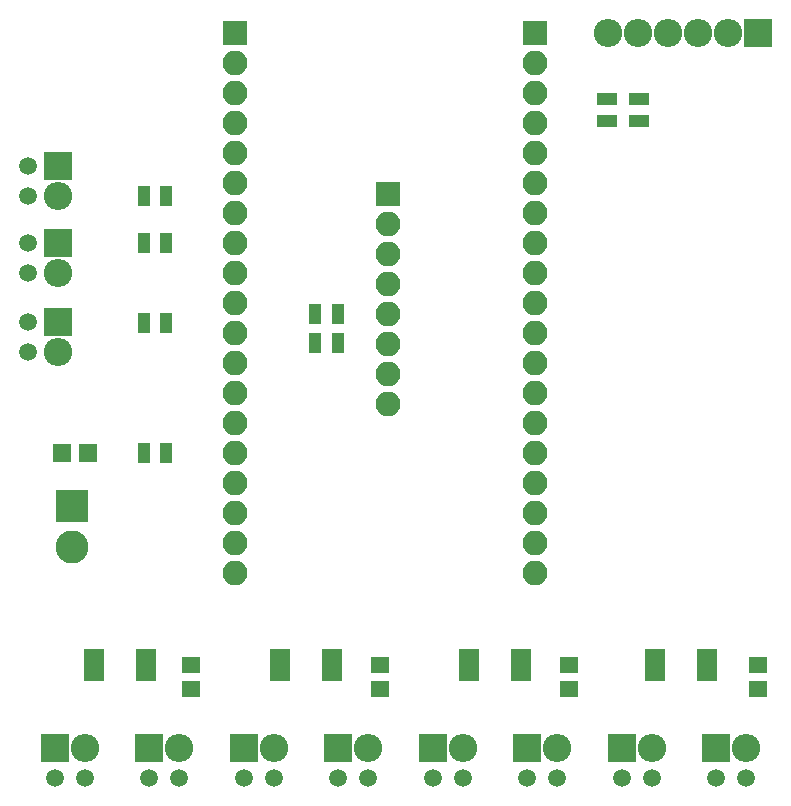
<source format=gbr>
G04 #@! TF.FileFunction,Soldermask,Top*
%FSLAX46Y46*%
G04 Gerber Fmt 4.6, Leading zero omitted, Abs format (unit mm)*
G04 Created by KiCad (PCBNEW 4.0.7-e2-6376~58~ubuntu16.04.1) date Wed Sep  5 16:40:10 2018*
%MOMM*%
%LPD*%
G01*
G04 APERTURE LIST*
%ADD10C,0.100000*%
%ADD11R,2.100000X2.100000*%
%ADD12O,2.100000X2.100000*%
%ADD13R,1.650000X1.400000*%
%ADD14R,1.600000X1.600000*%
%ADD15O,2.398980X2.398980*%
%ADD16R,2.398980X2.398980*%
%ADD17C,1.500000*%
%ADD18C,2.800000*%
%ADD19R,2.800000X2.800000*%
%ADD20R,1.100000X1.700000*%
%ADD21R,1.700000X1.100000*%
%ADD22R,1.800000X0.700000*%
G04 APERTURE END LIST*
D10*
D11*
X134000000Y-44630000D03*
D12*
X134000000Y-47170000D03*
X134000000Y-49710000D03*
X134000000Y-52250000D03*
X134000000Y-54790000D03*
X134000000Y-57330000D03*
X134000000Y-59870000D03*
X134000000Y-62410000D03*
D13*
X117250000Y-84500000D03*
X117250000Y-86500000D03*
X133250000Y-84500000D03*
X133250000Y-86500000D03*
X149250000Y-84500000D03*
X149250000Y-86500000D03*
X165250000Y-84500000D03*
X165250000Y-86500000D03*
D14*
X108600000Y-66500000D03*
X106400000Y-66500000D03*
D15*
X106000000Y-44750000D03*
D16*
X106000000Y-42210000D03*
D17*
X103460000Y-42210000D03*
X103460000Y-44750000D03*
D18*
X107250000Y-74500000D03*
D19*
X107250000Y-71000000D03*
D15*
X157710000Y-31000000D03*
D16*
X165330000Y-31000000D03*
D15*
X162790000Y-31000000D03*
X160250000Y-31000000D03*
X155170000Y-31000000D03*
X152630000Y-31000000D03*
X106000000Y-51290000D03*
D16*
X106000000Y-48750000D03*
D17*
X103460000Y-48750000D03*
X103460000Y-51290000D03*
D15*
X106000000Y-58000000D03*
D16*
X106000000Y-55460000D03*
D17*
X103460000Y-55460000D03*
X103460000Y-58000000D03*
D11*
X121000000Y-31000000D03*
D12*
X121000000Y-33540000D03*
X121000000Y-36080000D03*
X121000000Y-38620000D03*
X121000000Y-41160000D03*
X121000000Y-43700000D03*
X121000000Y-46240000D03*
X121000000Y-48780000D03*
X121000000Y-51320000D03*
X121000000Y-53860000D03*
X121000000Y-56400000D03*
X121000000Y-58940000D03*
X121000000Y-61480000D03*
X121000000Y-64020000D03*
X121000000Y-66560000D03*
X121000000Y-69100000D03*
X121000000Y-71640000D03*
X121000000Y-74180000D03*
X121000000Y-76720000D03*
D15*
X108290000Y-91500000D03*
D16*
X105750000Y-91500000D03*
D17*
X105750000Y-94040000D03*
X108290000Y-94040000D03*
D15*
X116290000Y-91500000D03*
D16*
X113750000Y-91500000D03*
D17*
X113750000Y-94040000D03*
X116290000Y-94040000D03*
D15*
X124290000Y-91500000D03*
D16*
X121750000Y-91500000D03*
D17*
X121750000Y-94040000D03*
X124290000Y-94040000D03*
D15*
X132290000Y-91500000D03*
D16*
X129750000Y-91500000D03*
D17*
X129750000Y-94040000D03*
X132290000Y-94040000D03*
D15*
X140290000Y-91500000D03*
D16*
X137750000Y-91500000D03*
D17*
X137750000Y-94040000D03*
X140290000Y-94040000D03*
D15*
X148290000Y-91500000D03*
D16*
X145750000Y-91500000D03*
D17*
X145750000Y-94040000D03*
X148290000Y-94040000D03*
D15*
X156290000Y-91500000D03*
D16*
X153750000Y-91500000D03*
D17*
X153750000Y-94040000D03*
X156290000Y-94040000D03*
D15*
X164290000Y-91500000D03*
D16*
X161750000Y-91500000D03*
D17*
X161750000Y-94040000D03*
X164290000Y-94040000D03*
D11*
X146400000Y-31000000D03*
D12*
X146400000Y-33540000D03*
X146400000Y-36080000D03*
X146400000Y-38620000D03*
X146400000Y-41160000D03*
X146400000Y-43700000D03*
X146400000Y-46240000D03*
X146400000Y-48780000D03*
X146400000Y-51320000D03*
X146400000Y-53860000D03*
X146400000Y-56400000D03*
X146400000Y-58940000D03*
X146400000Y-61480000D03*
X146400000Y-64020000D03*
X146400000Y-66560000D03*
X146400000Y-69100000D03*
X146400000Y-71640000D03*
X146400000Y-74180000D03*
X146400000Y-76720000D03*
D20*
X113300000Y-44750000D03*
X115200000Y-44750000D03*
X115200000Y-48750000D03*
X113300000Y-48750000D03*
X113300000Y-55500000D03*
X115200000Y-55500000D03*
X127800000Y-54750000D03*
X129700000Y-54750000D03*
X127800000Y-57250000D03*
X129700000Y-57250000D03*
X115200000Y-66500000D03*
X113300000Y-66500000D03*
D21*
X155250000Y-36550000D03*
X155250000Y-38450000D03*
X152500000Y-36550000D03*
X152500000Y-38450000D03*
D22*
X109050000Y-83500000D03*
X109050000Y-84000000D03*
X109050000Y-84500000D03*
X109050000Y-85000000D03*
X109050000Y-85500000D03*
X113450000Y-85500000D03*
X113450000Y-85000000D03*
X113450000Y-84500000D03*
X113450000Y-84000000D03*
X113450000Y-83500000D03*
X124800000Y-83500000D03*
X124800000Y-84000000D03*
X124800000Y-84500000D03*
X124800000Y-85000000D03*
X124800000Y-85500000D03*
X129200000Y-85500000D03*
X129200000Y-85000000D03*
X129200000Y-84500000D03*
X129200000Y-84000000D03*
X129200000Y-83500000D03*
X140800000Y-83500000D03*
X140800000Y-84000000D03*
X140800000Y-84500000D03*
X140800000Y-85000000D03*
X140800000Y-85500000D03*
X145200000Y-85500000D03*
X145200000Y-85000000D03*
X145200000Y-84500000D03*
X145200000Y-84000000D03*
X145200000Y-83500000D03*
X156550000Y-83500000D03*
X156550000Y-84000000D03*
X156550000Y-84500000D03*
X156550000Y-85000000D03*
X156550000Y-85500000D03*
X160950000Y-85500000D03*
X160950000Y-85000000D03*
X160950000Y-84500000D03*
X160950000Y-84000000D03*
X160950000Y-83500000D03*
M02*

</source>
